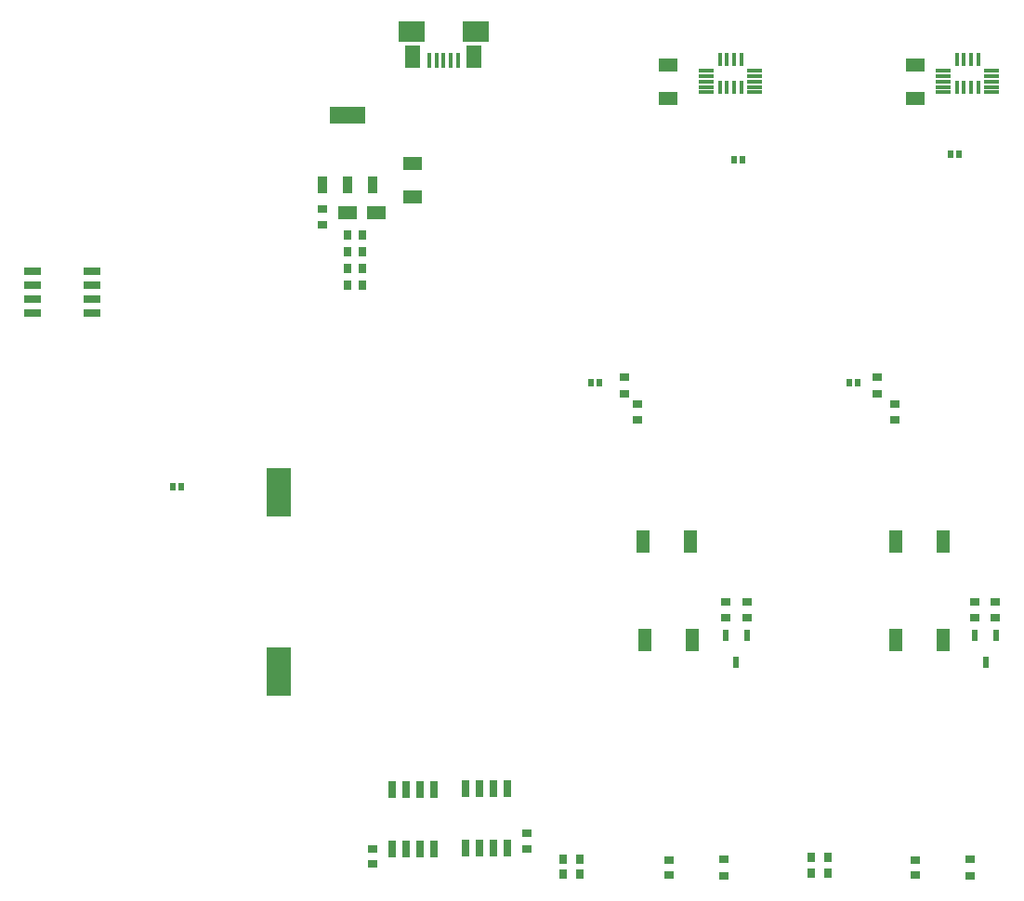
<source format=gbp>
G04*
G04 #@! TF.GenerationSoftware,Altium Limited,Altium Designer,19.0.10 (269)*
G04*
G04 Layer_Color=128*
%FSLAX25Y25*%
%MOIN*%
G70*
G01*
G75*
%ADD24R,0.03543X0.02756*%
%ADD26R,0.01968X0.03150*%
%ADD29R,0.02756X0.03543*%
%ADD30R,0.03150X0.03543*%
%ADD35R,0.03543X0.03150*%
%ADD97R,0.01772X0.04724*%
%ADD98R,0.05512X0.01181*%
%ADD99R,0.12795X0.06496*%
%ADD100R,0.03740X0.06496*%
%ADD101R,0.07087X0.04724*%
%ADD102R,0.02559X0.06004*%
%ADD103R,0.09055X0.17717*%
%ADD104R,0.06004X0.02559*%
%ADD105R,0.07087X0.05118*%
%ADD106R,0.09350X0.07480*%
%ADD107R,0.05807X0.08268*%
%ADD108R,0.01772X0.05433*%
%ADD109R,0.04921X0.08465*%
%ADD110R,0.02362X0.03937*%
D24*
X51500Y35453D02*
D03*
Y29547D02*
D03*
X56000Y25953D02*
D03*
Y20047D02*
D03*
X142000Y35453D02*
D03*
Y29547D02*
D03*
X148500Y25953D02*
D03*
Y20047D02*
D03*
X87028Y-143453D02*
D03*
Y-137547D02*
D03*
X175500Y-143453D02*
D03*
Y-137547D02*
D03*
X184291Y-45047D02*
D03*
Y-50953D02*
D03*
X177000Y-50953D02*
D03*
Y-45047D02*
D03*
X95276Y-50953D02*
D03*
Y-45047D02*
D03*
X87795Y-45047D02*
D03*
Y-50953D02*
D03*
D26*
X93779Y113500D02*
D03*
X90780D02*
D03*
X-110500Y-4000D02*
D03*
X-107500D02*
D03*
X171500Y115500D02*
D03*
X168500D02*
D03*
X42500Y33500D02*
D03*
X39500D02*
D03*
X135161D02*
D03*
X132161D02*
D03*
D29*
X124453Y-142500D02*
D03*
X118547D02*
D03*
X118547Y-137000D02*
D03*
X124453D02*
D03*
X35405Y-143000D02*
D03*
X29500D02*
D03*
Y-137500D02*
D03*
X35405D02*
D03*
D30*
X-42488Y68500D02*
D03*
X-48000D02*
D03*
X-42488Y74500D02*
D03*
X-48000D02*
D03*
X-42488Y80500D02*
D03*
X-48000D02*
D03*
X-42488Y86500D02*
D03*
X-48000D02*
D03*
D35*
X-38945Y-139256D02*
D03*
Y-133744D02*
D03*
X16500Y-133756D02*
D03*
Y-128244D02*
D03*
X-57055Y90244D02*
D03*
Y95756D02*
D03*
X67343Y-137744D02*
D03*
Y-143256D02*
D03*
X155815Y-137744D02*
D03*
Y-143256D02*
D03*
D97*
X93339Y139579D02*
D03*
X90780D02*
D03*
X88221D02*
D03*
X85661D02*
D03*
Y149421D02*
D03*
X88221D02*
D03*
X90780D02*
D03*
X93339D02*
D03*
X178339Y139579D02*
D03*
X175779D02*
D03*
X173221D02*
D03*
X170661D02*
D03*
Y149421D02*
D03*
X173221D02*
D03*
X175779D02*
D03*
X178339D02*
D03*
D98*
X98000Y145516D02*
D03*
Y143547D02*
D03*
Y141579D02*
D03*
Y139610D02*
D03*
Y137642D02*
D03*
X80677D02*
D03*
Y139610D02*
D03*
Y141579D02*
D03*
Y143547D02*
D03*
Y145516D02*
D03*
X183161D02*
D03*
Y143547D02*
D03*
Y141579D02*
D03*
Y139610D02*
D03*
Y137642D02*
D03*
X165839D02*
D03*
Y139610D02*
D03*
Y141579D02*
D03*
Y143547D02*
D03*
Y145516D02*
D03*
D99*
X-48000Y129402D02*
D03*
D100*
X-57055Y104598D02*
D03*
X-48000D02*
D03*
X-38945D02*
D03*
D101*
X-24500Y100221D02*
D03*
Y112031D02*
D03*
X67216Y147406D02*
D03*
Y135594D02*
D03*
X155815Y147406D02*
D03*
Y135594D02*
D03*
D102*
X-17000Y-112646D02*
D03*
X-22000D02*
D03*
X-27000D02*
D03*
X-32000D02*
D03*
Y-134000D02*
D03*
X-27000D02*
D03*
X-22000D02*
D03*
X-17000D02*
D03*
X9264Y-112323D02*
D03*
X4264D02*
D03*
X-736D02*
D03*
X-5736D02*
D03*
Y-133677D02*
D03*
X-736D02*
D03*
X4264D02*
D03*
X9264D02*
D03*
D103*
X-72500Y-70284D02*
D03*
Y-5717D02*
D03*
D104*
X-139500Y73388D02*
D03*
Y68388D02*
D03*
Y63388D02*
D03*
Y58388D02*
D03*
X-160854D02*
D03*
Y63388D02*
D03*
Y68388D02*
D03*
Y73388D02*
D03*
D105*
X-37764Y94500D02*
D03*
X-48000D02*
D03*
D106*
X-2034Y159500D02*
D03*
X-24967D02*
D03*
D107*
X-24524Y150445D02*
D03*
X-2476D02*
D03*
D108*
X-8382Y149028D02*
D03*
X-10941D02*
D03*
X-13500D02*
D03*
X-16059D02*
D03*
X-18618D02*
D03*
D109*
X165748Y-23500D02*
D03*
X148819D02*
D03*
X165748Y-59000D02*
D03*
X148819D02*
D03*
X58720D02*
D03*
X75650D02*
D03*
X58220Y-23500D02*
D03*
X75150D02*
D03*
D110*
X177165Y-57276D02*
D03*
X184646D02*
D03*
X180905Y-66724D02*
D03*
X91535D02*
D03*
X95276Y-57276D02*
D03*
X87795D02*
D03*
M02*

</source>
